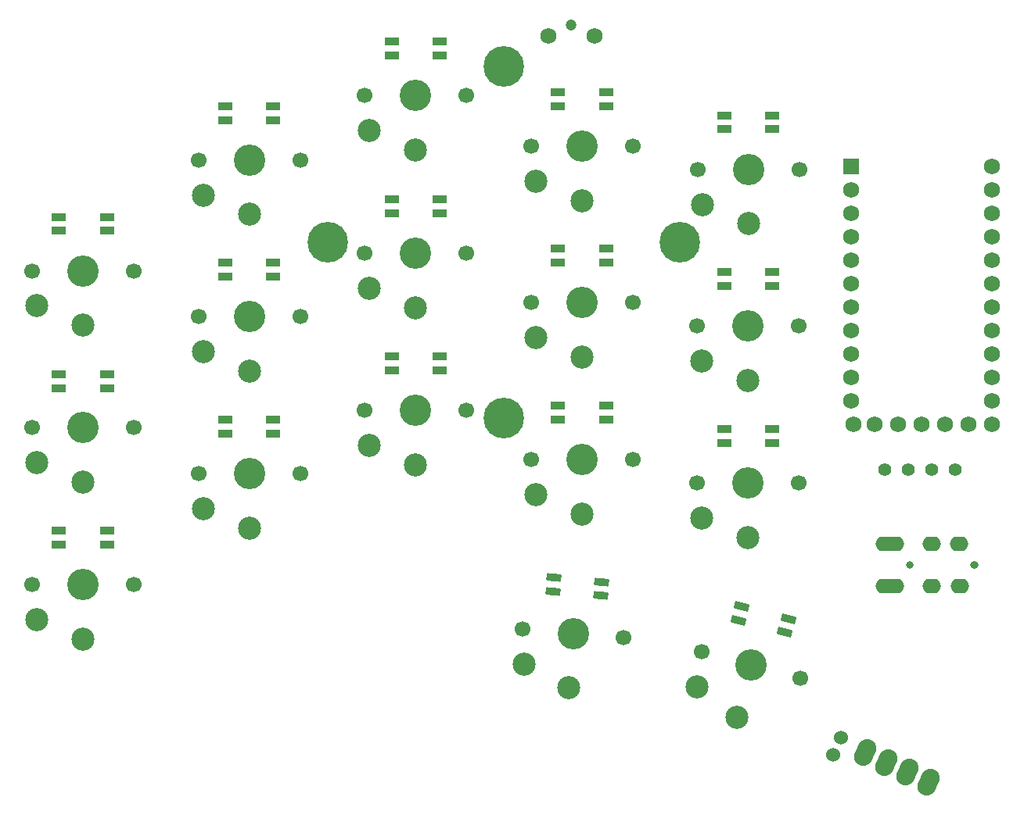
<source format=gbr>
%TF.GenerationSoftware,KiCad,Pcbnew,(6.0.0)*%
%TF.CreationDate,2022-05-05T22:03:01-07:00*%
%TF.ProjectId,half-swept,68616c66-2d73-4776-9570-742e6b696361,rev?*%
%TF.SameCoordinates,Original*%
%TF.FileFunction,Soldermask,Bot*%
%TF.FilePolarity,Negative*%
%FSLAX46Y46*%
G04 Gerber Fmt 4.6, Leading zero omitted, Abs format (unit mm)*
G04 Created by KiCad (PCBNEW (6.0.0)) date 2022-05-05 22:03:01*
%MOMM*%
%LPD*%
G01*
G04 APERTURE LIST*
G04 Aperture macros list*
%AMRoundRect*
0 Rectangle with rounded corners*
0 $1 Rounding radius*
0 $2 $3 $4 $5 $6 $7 $8 $9 X,Y pos of 4 corners*
0 Add a 4 corners polygon primitive as box body*
4,1,4,$2,$3,$4,$5,$6,$7,$8,$9,$2,$3,0*
0 Add four circle primitives for the rounded corners*
1,1,$1+$1,$2,$3*
1,1,$1+$1,$4,$5*
1,1,$1+$1,$6,$7*
1,1,$1+$1,$8,$9*
0 Add four rect primitives between the rounded corners*
20,1,$1+$1,$2,$3,$4,$5,0*
20,1,$1+$1,$4,$5,$6,$7,0*
20,1,$1+$1,$6,$7,$8,$9,0*
20,1,$1+$1,$8,$9,$2,$3,0*%
%AMHorizOval*
0 Thick line with rounded ends*
0 $1 width*
0 $2 $3 position (X,Y) of the first rounded end (center of the circle)*
0 $4 $5 position (X,Y) of the second rounded end (center of the circle)*
0 Add line between two ends*
20,1,$1,$2,$3,$4,$5,0*
0 Add two circle primitives to create the rounded ends*
1,1,$1,$2,$3*
1,1,$1,$4,$5*%
G04 Aperture macros list end*
%ADD10C,0.800000*%
%ADD11O,2.000000X1.600000*%
%ADD12C,1.200000*%
%ADD13C,1.750000*%
%ADD14C,1.700000*%
%ADD15C,3.400000*%
%ADD16C,2.500000*%
%ADD17C,4.400000*%
%ADD18RoundRect,0.082000X-0.686681X0.389330X-0.743855X-0.264174X0.686681X-0.389330X0.743855X0.264174X0*%
%ADD19RoundRect,0.082000X-0.718000X0.328000X-0.718000X-0.328000X0.718000X-0.328000X0.718000X0.328000X0*%
%ADD20HorizOval,2.000000X0.211309X0.453154X-0.211309X-0.453154X0*%
%ADD21C,1.524000*%
%ADD22HorizOval,1.524000X0.000000X0.000000X0.000000X0.000000X0*%
%ADD23RoundRect,0.082000X-0.608642X0.502656X-0.778427X-0.130992X0.608642X-0.502656X0.778427X0.130992X0*%
%ADD24R,1.752600X1.752600*%
%ADD25C,1.752600*%
%ADD26C,1.397000*%
G04 APERTURE END LIST*
D10*
%TO.C,J2*%
X111664986Y-72847838D03*
X118664986Y-72847838D03*
D11*
X108964986Y-70547838D03*
X110064986Y-75147838D03*
X114064986Y-75147838D03*
X117064986Y-75147838D03*
%TD*%
D12*
%TO.C,RSW1*%
X75021984Y-14330339D03*
D13*
X72521984Y-15540339D03*
X77521984Y-15540339D03*
%TD*%
D14*
%TO.C,SW2*%
X16696985Y-40977839D03*
D15*
X22196985Y-40977839D03*
D14*
X27696985Y-40977839D03*
D16*
X22196985Y-46877839D03*
X17196985Y-44777839D03*
%TD*%
D15*
%TO.C,SW3*%
X40196985Y-28977839D03*
D14*
X45696985Y-28977839D03*
X34696985Y-28977839D03*
D16*
X40196985Y-34877839D03*
X35196985Y-32777839D03*
%TD*%
D14*
%TO.C,SW4*%
X63696984Y-21977839D03*
X52696984Y-21977839D03*
D15*
X58196984Y-21977839D03*
D16*
X58196984Y-27877839D03*
X53196984Y-25777839D03*
%TD*%
D14*
%TO.C,SW5*%
X70696985Y-27477839D03*
X81696985Y-27477839D03*
D15*
X76196985Y-27477839D03*
D16*
X76196985Y-33377839D03*
X71196985Y-31277839D03*
%TD*%
D15*
%TO.C,SW6*%
X94196984Y-29977839D03*
D14*
X99696984Y-29977839D03*
X88696984Y-29977839D03*
D16*
X94196984Y-35877839D03*
X89196984Y-33777839D03*
%TD*%
D14*
%TO.C,SW8*%
X16696985Y-57977839D03*
X27696985Y-57977839D03*
D15*
X22196985Y-57977839D03*
D16*
X22196985Y-63877839D03*
X17196985Y-61777839D03*
%TD*%
D14*
%TO.C,SW9*%
X45696985Y-45951839D03*
X34696985Y-45951839D03*
D15*
X40196985Y-45951839D03*
D16*
X40196985Y-51851839D03*
X35196985Y-49751839D03*
%TD*%
D14*
%TO.C,SW10*%
X63696985Y-39093839D03*
D15*
X58196985Y-39093839D03*
D14*
X52696985Y-39093839D03*
D16*
X58196985Y-44993839D03*
X53196985Y-42893839D03*
%TD*%
D14*
%TO.C,SW11*%
X81696985Y-44427840D03*
D15*
X76196985Y-44427840D03*
D14*
X70696985Y-44427840D03*
D16*
X76196985Y-50327840D03*
X71196985Y-48227840D03*
%TD*%
D14*
%TO.C,SW12*%
X99676984Y-46967839D03*
D15*
X94176984Y-46967839D03*
D14*
X88676984Y-46967839D03*
D16*
X94176984Y-52867839D03*
X89176984Y-50767839D03*
%TD*%
D15*
%TO.C,SW14*%
X22196985Y-74977839D03*
D14*
X27696985Y-74977839D03*
X16696985Y-74977839D03*
D16*
X22196985Y-80877839D03*
X17196985Y-78777839D03*
%TD*%
D15*
%TO.C,SW15*%
X40196985Y-62969838D03*
D14*
X34696985Y-62969838D03*
X45696985Y-62969838D03*
D16*
X40196985Y-68869838D03*
X35196985Y-66769838D03*
%TD*%
D15*
%TO.C,SW16*%
X58196983Y-56111838D03*
D14*
X52696983Y-56111838D03*
X63696983Y-56111838D03*
D16*
X58196983Y-62011838D03*
X53196983Y-59911838D03*
%TD*%
D15*
%TO.C,SW17*%
X76196985Y-61445840D03*
D14*
X70696985Y-61445840D03*
X81696985Y-61445840D03*
D16*
X76196985Y-67345840D03*
X71196985Y-65245840D03*
%TD*%
D14*
%TO.C,SW18*%
X99676985Y-63985839D03*
X88676985Y-63985839D03*
D15*
X94176985Y-63985839D03*
D16*
X94176985Y-69885839D03*
X89176985Y-67785839D03*
%TD*%
D14*
%TO.C,SW21*%
X89184392Y-82254333D03*
D15*
X94496984Y-83677838D03*
D14*
X99809576Y-85101343D03*
D16*
X92969952Y-89376800D03*
X88683842Y-86054261D03*
%TD*%
D17*
%TO.C,REF\u002A\u002A*%
X67696985Y-56927839D03*
X48646985Y-37877839D03*
X86746985Y-37877839D03*
X67696985Y-18827839D03*
%TD*%
D18*
%TO.C,D12*%
X73164997Y-74243417D03*
X73034263Y-75737709D03*
X78214476Y-76190919D03*
X78345209Y-74696627D03*
%TD*%
D19*
%TO.C,D16*%
X37596985Y-23147839D03*
X37596985Y-24647839D03*
X42796985Y-24647839D03*
X42796985Y-23147839D03*
%TD*%
%TO.C,D8*%
X55596983Y-50281838D03*
X55596983Y-51781838D03*
X60796983Y-51781838D03*
X60796983Y-50281838D03*
%TD*%
D20*
%TO.C,SW7*%
X106814516Y-93167902D03*
X109116538Y-94241353D03*
X111418560Y-95314803D03*
X113720582Y-96388254D03*
D21*
X103398273Y-93395455D03*
D22*
X104243509Y-91582840D03*
%TD*%
D19*
%TO.C,D2*%
X55596984Y-16147839D03*
X55596984Y-17647839D03*
X60796984Y-17647839D03*
X60796984Y-16147839D03*
%TD*%
D23*
%TO.C,D15*%
X93494492Y-77373561D03*
X93106263Y-78822450D03*
X98129078Y-80168309D03*
X98517306Y-78719420D03*
%TD*%
D19*
%TO.C,D11*%
X73596985Y-55615840D03*
X73596985Y-57115840D03*
X78796985Y-57115840D03*
X78796985Y-55615840D03*
%TD*%
D24*
%TO.C,U2*%
X105326984Y-29644589D03*
D25*
X105326984Y-32184589D03*
X105326984Y-34724589D03*
X105326984Y-37264589D03*
X105326984Y-39804589D03*
X105326984Y-42344589D03*
X105326984Y-44884589D03*
X105326984Y-47424589D03*
X105326984Y-49964589D03*
X105326984Y-52504589D03*
X105326984Y-55044589D03*
X105555584Y-57584589D03*
X120566984Y-57584589D03*
X120566984Y-55044589D03*
X120566984Y-52504589D03*
X120566984Y-49964589D03*
X120566984Y-47424589D03*
X120566984Y-44884589D03*
X120566984Y-42344589D03*
X120566984Y-39804589D03*
X120566984Y-37264589D03*
X120566984Y-34724589D03*
X120566984Y-32184589D03*
X120566984Y-29644589D03*
X107866984Y-57584589D03*
X110406984Y-57584589D03*
X112946984Y-57584589D03*
X115486984Y-57584589D03*
X118026984Y-57584589D03*
%TD*%
D19*
%TO.C,D14*%
X73596985Y-38597840D03*
X73596985Y-40097840D03*
X78796985Y-40097840D03*
X78796985Y-38597840D03*
%TD*%
%TO.C,D10*%
X37596985Y-57139838D03*
X37596985Y-58639838D03*
X42796985Y-58639838D03*
X42796985Y-57139838D03*
%TD*%
%TO.C,D1*%
X19596985Y-35147839D03*
X19596985Y-36647839D03*
X24796985Y-36647839D03*
X24796985Y-35147839D03*
%TD*%
%TO.C,D9*%
X91576985Y-58155839D03*
X91576985Y-59655839D03*
X96776985Y-59655839D03*
X96776985Y-58155839D03*
%TD*%
%TO.C,D17*%
X73596985Y-21647839D03*
X73596985Y-23147839D03*
X78796985Y-23147839D03*
X78796985Y-21647839D03*
%TD*%
%TO.C,D4*%
X19596984Y-52197839D03*
X19596984Y-53697839D03*
X24796984Y-53697839D03*
X24796984Y-52197839D03*
%TD*%
%TO.C,D3*%
X91596984Y-24147839D03*
X91596984Y-25647839D03*
X96796984Y-25647839D03*
X96796984Y-24147839D03*
%TD*%
%TO.C,D7*%
X19596985Y-69147839D03*
X19596985Y-70647839D03*
X24796985Y-70647839D03*
X24796985Y-69147839D03*
%TD*%
D26*
%TO.C,OL1*%
X108936984Y-62557839D03*
X111476984Y-62557839D03*
X114016984Y-62557839D03*
X116556984Y-62557839D03*
%TD*%
D14*
%TO.C,SW1*%
X69767914Y-79798480D03*
X80726056Y-80757194D03*
D15*
X75246985Y-80277837D03*
D16*
X74732766Y-86155386D03*
X69934820Y-83627598D03*
%TD*%
D19*
%TO.C,D5*%
X55596985Y-33263839D03*
X55596985Y-34763839D03*
X60796985Y-34763839D03*
X60796985Y-33263839D03*
%TD*%
%TO.C,D6*%
X91576984Y-41137839D03*
X91576984Y-42637839D03*
X96776984Y-42637839D03*
X96776984Y-41137839D03*
%TD*%
%TO.C,D13*%
X37596985Y-40121839D03*
X37596985Y-41621839D03*
X42796985Y-41621839D03*
X42796985Y-40121839D03*
%TD*%
D10*
%TO.C,J1*%
X118646985Y-72827840D03*
X111646985Y-72827840D03*
D11*
X108946985Y-75127840D03*
X110046985Y-70527840D03*
X114046985Y-70527840D03*
X117046985Y-70527840D03*
%TD*%
M02*

</source>
